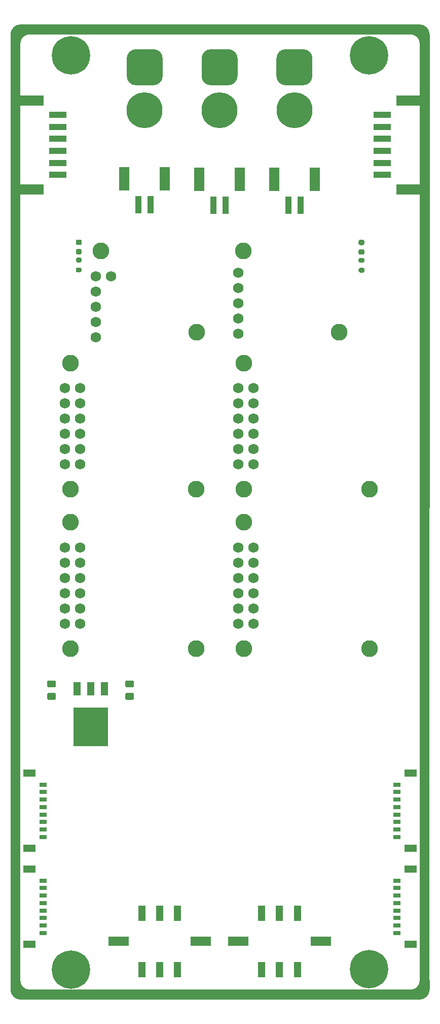
<source format=gbr>
%TF.GenerationSoftware,KiCad,Pcbnew,5.1.9-73d0e3b20d~88~ubuntu20.04.1*%
%TF.CreationDate,2021-04-18T23:14:10-05:00*%
%TF.ProjectId,POWER,504f5745-522e-46b6-9963-61645f706362,rev?*%
%TF.SameCoordinates,Original*%
%TF.FileFunction,Soldermask,Top*%
%TF.FilePolarity,Negative*%
%FSLAX46Y46*%
G04 Gerber Fmt 4.6, Leading zero omitted, Abs format (unit mm)*
G04 Created by KiCad (PCBNEW 5.1.9-73d0e3b20d~88~ubuntu20.04.1) date 2021-04-18 23:14:10*
%MOMM*%
%LPD*%
G01*
G04 APERTURE LIST*
%ADD10C,0.100000*%
%ADD11C,0.150000*%
%ADD12R,2.150000X1.300000*%
%ADD13R,1.200000X0.800000*%
%ADD14R,1.800000X4.000000*%
%ADD15R,1.000000X3.000000*%
%ADD16C,2.800000*%
%ADD17C,1.750000*%
%ADD18R,5.800000X6.400000*%
%ADD19R,1.200000X2.200000*%
%ADD20R,1.270000X2.540000*%
%ADD21R,3.430000X1.650000*%
%ADD22R,3.000000X1.000000*%
%ADD23R,4.000000X1.800000*%
%ADD24C,6.000000*%
%ADD25C,6.400000*%
%ADD26C,0.800000*%
G04 APERTURE END LIST*
D10*
G36*
X250550000Y-59900000D02*
G01*
X251150000Y-60200000D01*
X251450000Y-60600000D01*
X251650000Y-61000000D01*
X251750000Y-61400000D01*
X251750000Y-62900000D01*
X250250000Y-62900000D01*
X250150000Y-62300000D01*
X249950000Y-61900000D01*
X249650000Y-61600000D01*
X249250000Y-61400000D01*
X248750000Y-61300000D01*
X248750000Y-59800000D01*
X250150000Y-59800000D01*
X250550000Y-59900000D01*
G37*
X250550000Y-59900000D02*
X251150000Y-60200000D01*
X251450000Y-60600000D01*
X251650000Y-61000000D01*
X251750000Y-61400000D01*
X251750000Y-62900000D01*
X250250000Y-62900000D01*
X250150000Y-62300000D01*
X249950000Y-61900000D01*
X249650000Y-61600000D01*
X249250000Y-61400000D01*
X248750000Y-61300000D01*
X248750000Y-59800000D01*
X250150000Y-59800000D01*
X250550000Y-59900000D01*
D11*
X251750000Y-61400000D02*
G75*
G03*
X250150000Y-59800000I-1600000J0D01*
G01*
G36*
X250200000Y-61300000D02*
G01*
X183500000Y-61300000D01*
X183500000Y-59800000D01*
X250200000Y-59800000D01*
X250200000Y-61300000D01*
G37*
X250200000Y-61300000D02*
X183500000Y-61300000D01*
X183500000Y-59800000D01*
X250200000Y-59800000D01*
X250200000Y-61300000D01*
X250250000Y-62900000D02*
G75*
G03*
X248650000Y-61300000I-1600000J0D01*
G01*
G36*
X183400000Y-220600000D02*
G01*
X181900000Y-220600000D01*
X181900000Y-61400000D01*
X183400000Y-61400000D01*
X183400000Y-220600000D01*
G37*
X183400000Y-220600000D02*
X181900000Y-220600000D01*
X181900000Y-61400000D01*
X183400000Y-61400000D01*
X183400000Y-220600000D01*
G36*
X184900000Y-61300000D02*
G01*
X184400000Y-61400000D01*
X184000000Y-61600000D01*
X183700000Y-61900000D01*
X183500000Y-62300000D01*
X183400000Y-62900000D01*
X181900000Y-62900000D01*
X181900000Y-61400000D01*
X182000000Y-61000000D01*
X182200000Y-60600000D01*
X182500000Y-60200000D01*
X183100000Y-59900000D01*
X183500000Y-59800000D01*
X184900000Y-59800000D01*
X184900000Y-61300000D01*
G37*
X184900000Y-61300000D02*
X184400000Y-61400000D01*
X184000000Y-61600000D01*
X183700000Y-61900000D01*
X183500000Y-62300000D01*
X183400000Y-62900000D01*
X181900000Y-62900000D01*
X181900000Y-61400000D01*
X182000000Y-61000000D01*
X182200000Y-60600000D01*
X182500000Y-60200000D01*
X183100000Y-59900000D01*
X183500000Y-59800000D01*
X184900000Y-59800000D01*
X184900000Y-61300000D01*
G36*
X183500000Y-219700000D02*
G01*
X183700000Y-220100000D01*
X184000000Y-220400000D01*
X184400000Y-220600000D01*
X185000000Y-220700000D01*
X185000000Y-222200000D01*
X183500000Y-222200000D01*
X183100000Y-222100000D01*
X182700000Y-221900000D01*
X182300000Y-221600000D01*
X182000000Y-221000000D01*
X181900000Y-220600000D01*
X181900000Y-219200000D01*
X183400000Y-219200000D01*
X183500000Y-219700000D01*
G37*
X183500000Y-219700000D02*
X183700000Y-220100000D01*
X184000000Y-220400000D01*
X184400000Y-220600000D01*
X185000000Y-220700000D01*
X185000000Y-222200000D01*
X183500000Y-222200000D01*
X183100000Y-222100000D01*
X182700000Y-221900000D01*
X182300000Y-221600000D01*
X182000000Y-221000000D01*
X181900000Y-220600000D01*
X181900000Y-219200000D01*
X183400000Y-219200000D01*
X183500000Y-219700000D01*
X185000000Y-220700000D02*
G75*
G02*
X183400000Y-219100000I0J1600000D01*
G01*
G36*
X250200000Y-222200000D02*
G01*
X185000000Y-222200000D01*
X185000000Y-220700000D01*
X250200000Y-220700000D01*
X250200000Y-222200000D01*
G37*
X250200000Y-222200000D02*
X185000000Y-222200000D01*
X185000000Y-220700000D01*
X250200000Y-220700000D01*
X250200000Y-222200000D01*
X183500000Y-222200000D02*
G75*
G02*
X181900000Y-220600000I0J1600000D01*
G01*
G36*
X251750000Y-220600000D02*
G01*
X251650000Y-221000000D01*
X251450000Y-221400000D01*
X251150000Y-221800000D01*
X250550000Y-222100000D01*
X250150000Y-222200000D01*
X248750000Y-222200000D01*
X248750000Y-220700000D01*
X249250000Y-220600000D01*
X249650000Y-220400000D01*
X249950000Y-220100000D01*
X250150000Y-219700000D01*
X250250000Y-219100000D01*
X251750000Y-219100000D01*
X251750000Y-220600000D01*
G37*
X251750000Y-220600000D02*
X251650000Y-221000000D01*
X251450000Y-221400000D01*
X251150000Y-221800000D01*
X250550000Y-222100000D01*
X250150000Y-222200000D01*
X248750000Y-222200000D01*
X248750000Y-220700000D01*
X249250000Y-220600000D01*
X249650000Y-220400000D01*
X249950000Y-220100000D01*
X250150000Y-219700000D01*
X250250000Y-219100000D01*
X251750000Y-219100000D01*
X251750000Y-220600000D01*
X251750000Y-220600000D02*
G75*
G02*
X250150000Y-222200000I-1600000J0D01*
G01*
X181900000Y-61400000D02*
G75*
G02*
X183500000Y-59800000I1600000J0D01*
G01*
X183400000Y-62900000D02*
G75*
G02*
X185000000Y-61300000I1600000J0D01*
G01*
X250250000Y-219100000D02*
G75*
G02*
X248650000Y-220700000I-1600000J0D01*
G01*
G36*
X251722400Y-220600000D02*
G01*
X250222400Y-220600000D01*
X250250000Y-61400000D01*
X251750000Y-61400000D01*
X251722400Y-220600000D01*
G37*
X251722400Y-220600000D02*
X250222400Y-220600000D01*
X250250000Y-61400000D01*
X251750000Y-61400000D01*
X251722400Y-220600000D01*
%TO.C,R102*%
G36*
G01*
X240725000Y-99445000D02*
X240175000Y-99445000D01*
G75*
G02*
X239975000Y-99245000I0J200000D01*
G01*
X239975000Y-98845000D01*
G75*
G02*
X240175000Y-98645000I200000J0D01*
G01*
X240725000Y-98645000D01*
G75*
G02*
X240925000Y-98845000I0J-200000D01*
G01*
X240925000Y-99245000D01*
G75*
G02*
X240725000Y-99445000I-200000J0D01*
G01*
G37*
G36*
G01*
X240725000Y-101095000D02*
X240175000Y-101095000D01*
G75*
G02*
X239975000Y-100895000I0J200000D01*
G01*
X239975000Y-100495000D01*
G75*
G02*
X240175000Y-100295000I200000J0D01*
G01*
X240725000Y-100295000D01*
G75*
G02*
X240925000Y-100495000I0J-200000D01*
G01*
X240925000Y-100895000D01*
G75*
G02*
X240725000Y-101095000I-200000J0D01*
G01*
G37*
%TD*%
%TO.C,R101*%
G36*
G01*
X193505000Y-99405000D02*
X192955000Y-99405000D01*
G75*
G02*
X192755000Y-99205000I0J200000D01*
G01*
X192755000Y-98805000D01*
G75*
G02*
X192955000Y-98605000I200000J0D01*
G01*
X193505000Y-98605000D01*
G75*
G02*
X193705000Y-98805000I0J-200000D01*
G01*
X193705000Y-99205000D01*
G75*
G02*
X193505000Y-99405000I-200000J0D01*
G01*
G37*
G36*
G01*
X193505000Y-101055000D02*
X192955000Y-101055000D01*
G75*
G02*
X192755000Y-100855000I0J200000D01*
G01*
X192755000Y-100455000D01*
G75*
G02*
X192955000Y-100255000I200000J0D01*
G01*
X193505000Y-100255000D01*
G75*
G02*
X193705000Y-100455000I0J-200000D01*
G01*
X193705000Y-100855000D01*
G75*
G02*
X193505000Y-101055000I-200000J0D01*
G01*
G37*
%TD*%
D12*
%TO.C,J6*%
X248645000Y-213075000D03*
X248645000Y-200525000D03*
D13*
X246350000Y-202425000D03*
X246350000Y-203675000D03*
X246350000Y-204925000D03*
X246350000Y-206175000D03*
X246350000Y-207425000D03*
X246350000Y-208675000D03*
X246350000Y-209925000D03*
X246350000Y-211175000D03*
%TD*%
D12*
%TO.C,J5*%
X248645000Y-197075000D03*
X248645000Y-184525000D03*
D13*
X246350000Y-186425000D03*
X246350000Y-187675000D03*
X246350000Y-188925000D03*
X246350000Y-190175000D03*
X246350000Y-191425000D03*
X246350000Y-192675000D03*
X246350000Y-193925000D03*
X246350000Y-195175000D03*
%TD*%
D12*
%TO.C,J3*%
X184955000Y-184525000D03*
X184955000Y-197075000D03*
D13*
X187250000Y-195175000D03*
X187250000Y-193925000D03*
X187250000Y-192675000D03*
X187250000Y-191425000D03*
X187250000Y-190175000D03*
X187250000Y-188925000D03*
X187250000Y-187675000D03*
X187250000Y-186425000D03*
%TD*%
D12*
%TO.C,J2*%
X184955000Y-200525000D03*
X184955000Y-213075000D03*
D13*
X187250000Y-211175000D03*
X187250000Y-209925000D03*
X187250000Y-208675000D03*
X187250000Y-207425000D03*
X187250000Y-206175000D03*
X187250000Y-204925000D03*
X187250000Y-203675000D03*
X187250000Y-202425000D03*
%TD*%
%TO.C,D102*%
G36*
G01*
X240193750Y-97210000D02*
X240706250Y-97210000D01*
G75*
G02*
X240925000Y-97428750I0J-218750D01*
G01*
X240925000Y-97866250D01*
G75*
G02*
X240706250Y-98085000I-218750J0D01*
G01*
X240193750Y-98085000D01*
G75*
G02*
X239975000Y-97866250I0J218750D01*
G01*
X239975000Y-97428750D01*
G75*
G02*
X240193750Y-97210000I218750J0D01*
G01*
G37*
G36*
G01*
X240193750Y-95635000D02*
X240706250Y-95635000D01*
G75*
G02*
X240925000Y-95853750I0J-218750D01*
G01*
X240925000Y-96291250D01*
G75*
G02*
X240706250Y-96510000I-218750J0D01*
G01*
X240193750Y-96510000D01*
G75*
G02*
X239975000Y-96291250I0J218750D01*
G01*
X239975000Y-95853750D01*
G75*
G02*
X240193750Y-95635000I218750J0D01*
G01*
G37*
%TD*%
%TO.C,D101*%
G36*
G01*
X192973750Y-97170000D02*
X193486250Y-97170000D01*
G75*
G02*
X193705000Y-97388750I0J-218750D01*
G01*
X193705000Y-97826250D01*
G75*
G02*
X193486250Y-98045000I-218750J0D01*
G01*
X192973750Y-98045000D01*
G75*
G02*
X192755000Y-97826250I0J218750D01*
G01*
X192755000Y-97388750D01*
G75*
G02*
X192973750Y-97170000I218750J0D01*
G01*
G37*
G36*
G01*
X192973750Y-95595000D02*
X193486250Y-95595000D01*
G75*
G02*
X193705000Y-95813750I0J-218750D01*
G01*
X193705000Y-96251250D01*
G75*
G02*
X193486250Y-96470000I-218750J0D01*
G01*
X192973750Y-96470000D01*
G75*
G02*
X192755000Y-96251250I0J218750D01*
G01*
X192755000Y-95813750D01*
G75*
G02*
X192973750Y-95595000I218750J0D01*
G01*
G37*
%TD*%
D14*
%TO.C,J103*%
X232670000Y-85540000D03*
X225870000Y-85540000D03*
D15*
X230270000Y-89840000D03*
X228270000Y-89840000D03*
%TD*%
D14*
%TO.C,J102*%
X207580000Y-85470000D03*
X200780000Y-85470000D03*
D15*
X205180000Y-89770000D03*
X203180000Y-89770000D03*
%TD*%
D14*
%TO.C,J101*%
X220130000Y-85530000D03*
X213330000Y-85530000D03*
D15*
X217730000Y-89830000D03*
X215730000Y-89830000D03*
%TD*%
D16*
%TO.C,U704*%
X220760000Y-137220000D03*
X241760000Y-137220000D03*
X220760000Y-116220000D03*
D17*
X222370000Y-120370000D03*
X222370000Y-122910000D03*
X222370000Y-125450000D03*
X222370000Y-127990000D03*
X222370000Y-130530000D03*
X222370000Y-133070000D03*
X219830000Y-120370000D03*
X219830000Y-122910000D03*
X219830000Y-125450000D03*
X219830000Y-127990000D03*
X219830000Y-130530000D03*
X219830000Y-133070000D03*
%TD*%
D18*
%TO.C,U703*%
X195200000Y-176800000D03*
D19*
X192920000Y-170500000D03*
X195200000Y-170500000D03*
X197480000Y-170500000D03*
%TD*%
D20*
%TO.C,J8*%
X223745000Y-207850000D03*
X226745000Y-207850000D03*
X229745000Y-207850000D03*
X223745000Y-217250000D03*
X226745000Y-217250000D03*
X229745000Y-217250000D03*
D21*
X219860000Y-212550000D03*
X233630000Y-212550000D03*
%TD*%
D20*
%TO.C,J7*%
X203745000Y-207850000D03*
X206745000Y-207850000D03*
X209745000Y-207850000D03*
X203745000Y-217250000D03*
X206745000Y-217250000D03*
X209745000Y-217250000D03*
D21*
X199860000Y-212550000D03*
X213630000Y-212550000D03*
%TD*%
D22*
%TO.C,J4*%
X243950000Y-84800000D03*
X243950000Y-82800000D03*
X243950000Y-80800000D03*
X243950000Y-78800000D03*
D23*
X248250000Y-87200000D03*
X248250000Y-72400000D03*
D22*
X243950000Y-76800000D03*
X243950000Y-74800000D03*
%TD*%
%TO.C,J1*%
X189700000Y-74800000D03*
X189700000Y-76800000D03*
X189700000Y-78800000D03*
X189700000Y-80800000D03*
D23*
X185400000Y-72400000D03*
X185400000Y-87200000D03*
D22*
X189700000Y-82800000D03*
X189700000Y-84800000D03*
%TD*%
D16*
%TO.C,U707*%
X220770000Y-163730000D03*
X241770000Y-163730000D03*
X220770000Y-142730000D03*
D17*
X222380000Y-146880000D03*
X222380000Y-149420000D03*
X222380000Y-151960000D03*
X222380000Y-154500000D03*
X222380000Y-157040000D03*
X222380000Y-159580000D03*
X219840000Y-146880000D03*
X219840000Y-149420000D03*
X219840000Y-151960000D03*
X219840000Y-154500000D03*
X219840000Y-157040000D03*
X219840000Y-159580000D03*
%TD*%
D16*
%TO.C,U706*%
X191850000Y-163730000D03*
X212850000Y-163730000D03*
X191850000Y-142730000D03*
D17*
X193460000Y-146880000D03*
X193460000Y-149420000D03*
X193460000Y-151960000D03*
X193460000Y-154500000D03*
X193460000Y-157040000D03*
X193460000Y-159580000D03*
X190920000Y-146880000D03*
X190920000Y-149420000D03*
X190920000Y-151960000D03*
X190920000Y-154500000D03*
X190920000Y-157040000D03*
X190920000Y-159580000D03*
%TD*%
D16*
%TO.C,U705*%
X191810000Y-137220000D03*
X212810000Y-137220000D03*
X191810000Y-116220000D03*
D17*
X193420000Y-120370000D03*
X193420000Y-122910000D03*
X193420000Y-125450000D03*
X193420000Y-127990000D03*
X193420000Y-130530000D03*
X193420000Y-133070000D03*
X190880000Y-120370000D03*
X190880000Y-122910000D03*
X190880000Y-125450000D03*
X190880000Y-127990000D03*
X190880000Y-130530000D03*
X190880000Y-133070000D03*
%TD*%
%TO.C,U702*%
X219870000Y-101090000D03*
X219870000Y-103630000D03*
X219870000Y-106170000D03*
X219870000Y-108710000D03*
X219870000Y-111250000D03*
D16*
X220700000Y-97510000D03*
X236700000Y-111010000D03*
%TD*%
D17*
%TO.C,U701*%
X198640000Y-101730000D03*
X196100000Y-104270000D03*
X196100000Y-101730000D03*
X196100000Y-106810000D03*
X196100000Y-109350000D03*
D16*
X196930000Y-97510000D03*
X212930000Y-111010000D03*
D17*
X196100000Y-111890000D03*
%TD*%
%TO.C,J706*%
G36*
G01*
X227745000Y-63860000D02*
X230745000Y-63860000D01*
G75*
G02*
X232245000Y-65360000I0J-1500000D01*
G01*
X232245000Y-68360000D01*
G75*
G02*
X230745000Y-69860000I-1500000J0D01*
G01*
X227745000Y-69860000D01*
G75*
G02*
X226245000Y-68360000I0J1500000D01*
G01*
X226245000Y-65360000D01*
G75*
G02*
X227745000Y-63860000I1500000J0D01*
G01*
G37*
D24*
X229245000Y-74060000D03*
%TD*%
%TO.C,J702*%
G36*
G01*
X202745000Y-63860000D02*
X205745000Y-63860000D01*
G75*
G02*
X207245000Y-65360000I0J-1500000D01*
G01*
X207245000Y-68360000D01*
G75*
G02*
X205745000Y-69860000I-1500000J0D01*
G01*
X202745000Y-69860000D01*
G75*
G02*
X201245000Y-68360000I0J1500000D01*
G01*
X201245000Y-65360000D01*
G75*
G02*
X202745000Y-63860000I1500000J0D01*
G01*
G37*
X204245000Y-74060000D03*
%TD*%
%TO.C,J701*%
G36*
G01*
X215245000Y-63860000D02*
X218245000Y-63860000D01*
G75*
G02*
X219745000Y-65360000I0J-1500000D01*
G01*
X219745000Y-68360000D01*
G75*
G02*
X218245000Y-69860000I-1500000J0D01*
G01*
X215245000Y-69860000D01*
G75*
G02*
X213745000Y-68360000I0J1500000D01*
G01*
X213745000Y-65360000D01*
G75*
G02*
X215245000Y-63860000I1500000J0D01*
G01*
G37*
X216745000Y-74060000D03*
%TD*%
%TO.C,C702*%
G36*
G01*
X201245000Y-171140000D02*
X202195000Y-171140000D01*
G75*
G02*
X202445000Y-171390000I0J-250000D01*
G01*
X202445000Y-172065000D01*
G75*
G02*
X202195000Y-172315000I-250000J0D01*
G01*
X201245000Y-172315000D01*
G75*
G02*
X200995000Y-172065000I0J250000D01*
G01*
X200995000Y-171390000D01*
G75*
G02*
X201245000Y-171140000I250000J0D01*
G01*
G37*
G36*
G01*
X201245000Y-169065000D02*
X202195000Y-169065000D01*
G75*
G02*
X202445000Y-169315000I0J-250000D01*
G01*
X202445000Y-169990000D01*
G75*
G02*
X202195000Y-170240000I-250000J0D01*
G01*
X201245000Y-170240000D01*
G75*
G02*
X200995000Y-169990000I0J250000D01*
G01*
X200995000Y-169315000D01*
G75*
G02*
X201245000Y-169065000I250000J0D01*
G01*
G37*
%TD*%
%TO.C,C701*%
G36*
G01*
X188205000Y-171140000D02*
X189155000Y-171140000D01*
G75*
G02*
X189405000Y-171390000I0J-250000D01*
G01*
X189405000Y-172065000D01*
G75*
G02*
X189155000Y-172315000I-250000J0D01*
G01*
X188205000Y-172315000D01*
G75*
G02*
X187955000Y-172065000I0J250000D01*
G01*
X187955000Y-171390000D01*
G75*
G02*
X188205000Y-171140000I250000J0D01*
G01*
G37*
G36*
G01*
X188205000Y-169065000D02*
X189155000Y-169065000D01*
G75*
G02*
X189405000Y-169315000I0J-250000D01*
G01*
X189405000Y-169990000D01*
G75*
G02*
X189155000Y-170240000I-250000J0D01*
G01*
X188205000Y-170240000D01*
G75*
G02*
X187955000Y-169990000I0J250000D01*
G01*
X187955000Y-169315000D01*
G75*
G02*
X188205000Y-169065000I250000J0D01*
G01*
G37*
%TD*%
D25*
%TO.C,REF\u002A\u002A*%
X241750000Y-64850800D03*
D26*
X244150000Y-64800000D03*
X243447056Y-66497056D03*
X241750000Y-67200000D03*
X240052944Y-66497056D03*
X239350000Y-64800000D03*
X240052944Y-63102944D03*
X241750000Y-62400000D03*
X243447056Y-63102944D03*
%TD*%
D25*
%TO.C,REF\u002A\u002A*%
X191900000Y-64850800D03*
D26*
X194300000Y-64800000D03*
X193597056Y-66497056D03*
X191900000Y-67200000D03*
X190202944Y-66497056D03*
X189500000Y-64800000D03*
X190202944Y-63102944D03*
X191900000Y-62400000D03*
X193597056Y-63102944D03*
%TD*%
%TO.C,REF\u002A\u002A*%
X193597056Y-215502944D03*
X191900000Y-214800000D03*
X190202944Y-215502944D03*
X189500000Y-217200000D03*
X190202944Y-218897056D03*
X191900000Y-219600000D03*
X193597056Y-218897056D03*
X194300000Y-217200000D03*
D25*
X191900000Y-217250800D03*
%TD*%
%TO.C,REF\u002A\u002A*%
X241750000Y-217200000D03*
D26*
X244150000Y-217149200D03*
X243447056Y-218846256D03*
X241750000Y-219549200D03*
X240052944Y-218846256D03*
X239350000Y-217149200D03*
X240052944Y-215452144D03*
X241750000Y-214749200D03*
X243447056Y-215452144D03*
%TD*%
M02*

</source>
